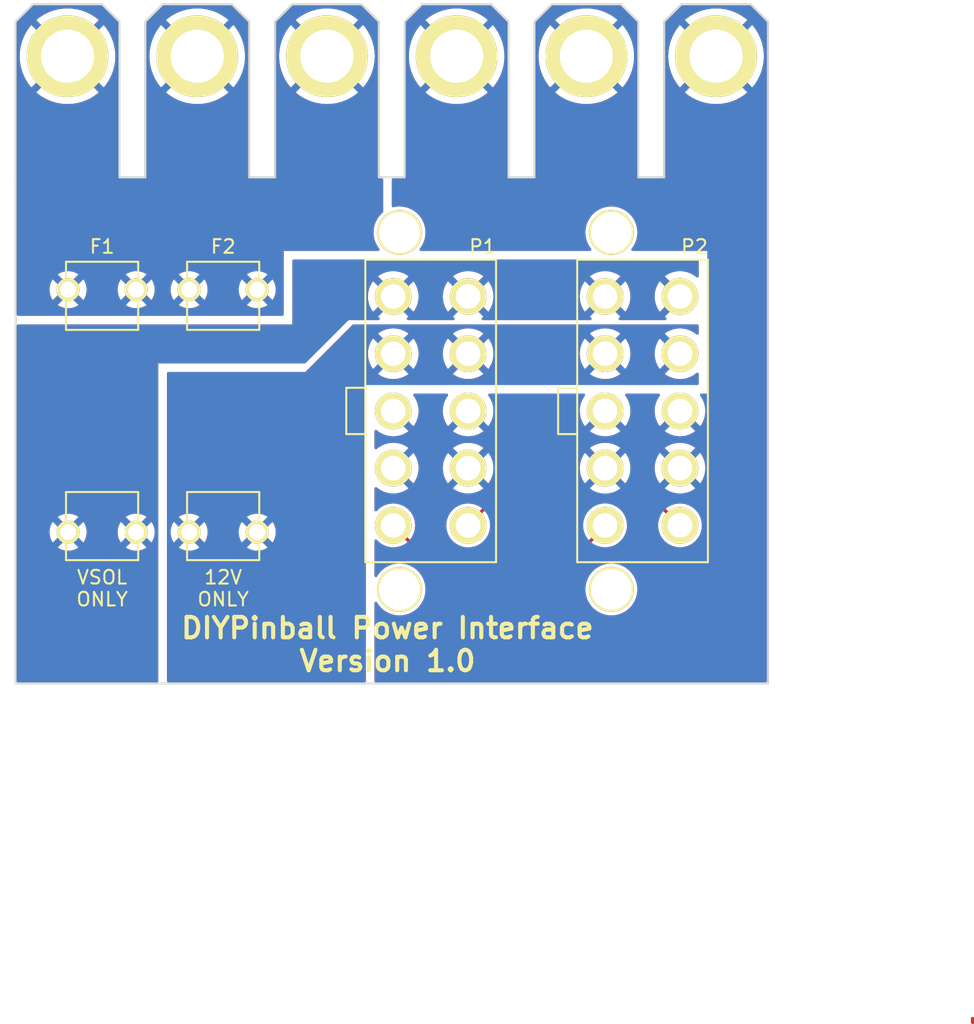
<source format=kicad_pcb>
(kicad_pcb (version 20221018) (generator pcbnew)
  (layers (0 "F.Cu" signal) (31 "B.Cu" signal) (34 "B.Paste" user) (35 "F.Paste" user) (36 "B.SilkS" user "B.Silkscreen") (37 "F.SilkS" user "F.Silkscreen") (38 "B.Mask" user) (39 "F.Mask" user) (44 "Edge.Cuts" user))
  (net 0 "")
  (net 1 "GND")
  (net 2 "Net-(P1-Pad5)")
  (net 3 "Net-(P1-Pad10)")
  (net 4 "Net-(F1-Pad1)")
  (net 5 "Net-(F1-Pad2)")
  (net 6 "Net-(F2-Pad1)")
  (footprint "Pinball:PINBALL-CONNECTOR-V" (layer "F.Cu") (at 150.1775 108.2675 -90)
    (fp_text reference "P1" (at -12.065 -3.81) (layer "F.SilkS"))
    (fp_text value "PINBALL-CONNECTOR" hide)
    (fp_line (start -11.1 -4.8) (end 11.1 -4.8) (stroke (width 0.15)) (layer "F.SilkS"))
    (fp_line (start -11.1 4.8) (end -11.1 -4.8) (stroke (width 0.15)) (layer "F.SilkS"))
    (fp_line (start -1.7 4.8) (end -1.7 6.2) (stroke (width 0.15)) (layer "F.SilkS"))
    (fp_line (start -1.7 6.2) (end 1.7 6.2) (stroke (width 0.15)) (layer "F.SilkS"))
    (fp_line (start 1.7 6.2) (end 1.7 4.8) (stroke (width 0.15)) (layer "F.SilkS"))
    (fp_line (start 11.1 -4.8) (end 11.1 4.8) (stroke (width 0.15)) (layer "F.SilkS"))
    (fp_line (start 11.1 4.8) (end -11.1 4.8) (stroke (width 0.15)) (layer "F.SilkS"))
    (pad "" np_thru_hole circle (at -13.1 2.29 90) (size 3.3 3.3) (drill 3) (layers "*.Cu" "*.Mask" "F.SilkS"))
    (pad "" np_thru_hole circle (at 13.1 2.29 90) (size 3.3 3.3) (drill 3) (layers "*.Cu" "*.Mask" "F.SilkS"))
    (pad "1" thru_hole circle (at -8.4 -2.75 90) (size 2.7 2.7) (drill 1.8) (layers "*.Cu" "*.Mask" "F.SilkS") (net 4 "Net-(F1-Pad1)"))
    (pad "2" thru_hole circle (at -4.2 -2.75 90) (size 2.7 2.7) (drill 1.8) (layers "*.Cu" "*.Mask" "F.SilkS") (net 6 "Net-(F2-Pad1)"))
    (pad "3" thru_hole circle (at 0 -2.75 90) (size 2.7 2.7) (drill 1.8) (layers "*.Cu" "*.Mask" "F.SilkS") (net 1 "GND"))
    (pad "4" thru_hole circle (at 4.2 -2.75 90) (size 2.7 2.7) (drill 1.8) (layers "*.Cu" "*.Mask" "F.SilkS") (net 1 "GND"))
    (pad "5" thru_hole circle (at 8.4 -2.75 90) (size 2.7 2.7) (drill 1.8) (layers "*.Cu" "*.Mask" "F.SilkS") (net 2 "Net-(P1-Pad5)"))
    (pad "6" thru_hole circle (at -8.4 2.75 90) (size 2.7 2.7) (drill 1.8) (layers "*.Cu" "*.Mask" "F.SilkS") (net 4 "Net-(F1-Pad1)"))
    (pad "7" thru_hole circle (at -4.2 2.75 90) (size 2.7 2.7) (drill 1.8) (layers "*.Cu" "*.Mask" "F.SilkS") (net 6 "Net-(F2-Pad1)"))
    (pad "8" thru_hole circle (at 0 2.75 90) (size 2.7 2.7) (drill 1.8) (layers "*.Cu" "*.Mask" "F.SilkS") (net 1 "GND"))
    (pad "9" thru_hole circle (at 4.2 2.75 90) (size 2.7 2.7) (drill 1.8) (layers "*.Cu" "*.Mask" "F.SilkS") (net 1 "GND"))
    (pad "10" thru_hole circle (at 8.4 2.75 90) (size 2.7 2.7) (drill 1.8) (layers "*.Cu" "*.Mask" "F.SilkS") (net 3 "Net-(P1-Pad10)"))
  )
  (footprint "Pinball:PINBALL-CONNECTOR-V" (layer "F.Cu") (at 165.735 108.2675 -90)
    (fp_text reference "P2" (at -12.065 -3.81) (layer "F.SilkS"))
    (fp_text value "PINBALL-CONNECTOR" hide)
    (fp_line (start -11.1 -4.8) (end 11.1 -4.8) (stroke (width 0.15)) (layer "F.SilkS"))
    (fp_line (start -11.1 4.8) (end -11.1 -4.8) (stroke (width 0.15)) (layer "F.SilkS"))
    (fp_line (start -1.7 4.8) (end -1.7 6.2) (stroke (width 0.15)) (layer "F.SilkS"))
    (fp_line (start -1.7 6.2) (end 1.7 6.2) (stroke (width 0.15)) (layer "F.SilkS"))
    (fp_line (start 1.7 6.2) (end 1.7 4.8) (stroke (width 0.15)) (layer "F.SilkS"))
    (fp_line (start 11.1 -4.8) (end 11.1 4.8) (stroke (width 0.15)) (layer "F.SilkS"))
    (fp_line (start 11.1 4.8) (end -11.1 4.8) (stroke (width 0.15)) (layer "F.SilkS"))
    (pad "" np_thru_hole circle (at -13.1 2.29 90) (size 3.3 3.3) (drill 3) (layers "*.Cu" "*.Mask" "F.SilkS"))
    (pad "" np_thru_hole circle (at 13.1 2.29 90) (size 3.3 3.3) (drill 3) (layers "*.Cu" "*.Mask" "F.SilkS"))
    (pad "1" thru_hole circle (at -8.4 -2.75 90) (size 2.7 2.7) (drill 1.8) (layers "*.Cu" "*.Mask" "F.SilkS") (net 4 "Net-(F1-Pad1)"))
    (pad "2" thru_hole circle (at -4.2 -2.75 90) (size 2.7 2.7) (drill 1.8) (layers "*.Cu" "*.Mask" "F.SilkS") (net 6 "Net-(F2-Pad1)"))
    (pad "3" thru_hole circle (at 0 -2.75 90) (size 2.7 2.7) (drill 1.8) (layers "*.Cu" "*.Mask" "F.SilkS") (net 1 "GND"))
    (pad "4" thru_hole circle (at 4.2 -2.75 90) (size 2.7 2.7) (drill 1.8) (layers "*.Cu" "*.Mask" "F.SilkS") (net 1 "GND"))
    (pad "5" thru_hole circle (at 8.4 -2.75 90) (size 2.7 2.7) (drill 1.8) (layers "*.Cu" "*.Mask" "F.SilkS") (net 2 "Net-(P1-Pad5)"))
    (pad "6" thru_hole circle (at -8.4 2.75 90) (size 2.7 2.7) (drill 1.8) (layers "*.Cu" "*.Mask" "F.SilkS") (net 4 "Net-(F1-Pad1)"))
    (pad "7" thru_hole circle (at -4.2 2.75 90) (size 2.7 2.7) (drill 1.8) (layers "*.Cu" "*.Mask" "F.SilkS") (net 6 "Net-(F2-Pad1)"))
    (pad "8" thru_hole circle (at 0 2.75 90) (size 2.7 2.7) (drill 1.8) (layers "*.Cu" "*.Mask" "F.SilkS") (net 1 "GND"))
    (pad "9" thru_hole circle (at 4.2 2.75 90) (size 2.7 2.7) (drill 1.8) (layers "*.Cu" "*.Mask" "F.SilkS") (net 1 "GND"))
    (pad "10" thru_hole circle (at 8.4 2.75 90) (size 2.7 2.7) (drill 1.8) (layers "*.Cu" "*.Mask" "F.SilkS") (net 3 "Net-(P1-Pad10)"))
  )
  (footprint "Pinball:PSU-HOLE" (layer "F.Cu") (at 142.5575 82.2325)
    (fp_text reference "P5" hide)
    (fp_text value "CONN_01X01")
    (pad "1" thru_hole circle (at 0 0) (size 6 6) (drill 3.9) (layers "*.Cu" "*.Mask" "F.SilkS") (net 5 "Net-(F1-Pad2)"))
  )
  (footprint "Pinball:PSU-HOLE" (layer "F.Cu") (at 152.0825 82.2325)
    (fp_text reference "P6" hide)
    (fp_text value "CONN_01X01")
    (pad "1" thru_hole circle (at 0 0) (size 6 6) (drill 3.9) (layers "*.Cu" "*.Mask" "F.SilkS") (net 1 "GND"))
  )
  (footprint "Pinball:PSU-HOLE" (layer "F.Cu") (at 161.6075 82.2325)
    (fp_text reference "P7" hide)
    (fp_text value "CONN_01X01")
    (pad "1" thru_hole circle (at 0 0) (size 6 6) (drill 3.9) (layers "*.Cu" "*.Mask" "F.SilkS") (net 1 "GND"))
  )
  (footprint "Pinball:PSU-HOLE" (layer "F.Cu") (at 171.1325 82.2325)
    (fp_text reference "P8" hide)
    (fp_text value "CONN_01X01")
    (pad "1" thru_hole circle (at 0 0) (size 6 6) (drill 3.9) (layers "*.Cu" "*.Mask" "F.SilkS") (net 1 "GND"))
  )
  (footprint "Pinball:FC203-20MM" (layer "F.Cu") (at 126.0475 108.2675 90)
    (fp_text reference "F1" (at 12.065 0 180) (layer "F.SilkS"))
    (fp_text value "FUSE" hide)
    (fp_line (start -10.95 -2.65) (end -5.95 -2.65) (stroke (width 0.15)) (layer "F.SilkS"))
    (fp_line (start -10.95 2.65) (end -10.95 -2.65) (stroke (width 0.15)) (layer "F.SilkS"))
    (fp_line (start -5.95 -2.65) (end -5.95 2.65) (stroke (width 0.15)) (layer "F.SilkS"))
    (fp_line (start -5.95 2.65) (end -10.95 2.65) (stroke (width 0.15)) (layer "F.SilkS"))
    (fp_line (start 5.95 -2.65) (end 10.95 -2.65) (stroke (width 0.15)) (layer "F.SilkS"))
    (fp_line (start 5.95 2.65) (end 5.95 -2.65) (stroke (width 0.15)) (layer "F.SilkS"))
    (fp_line (start 10.95 -2.65) (end 10.95 2.65) (stroke (width 0.15)) (layer "F.SilkS"))
    (fp_line (start 10.95 2.65) (end 5.95 2.65) (stroke (width 0.15)) (layer "F.SilkS"))
    (pad "1" thru_hole circle (at -8.9 -2.5 90) (size 1.7 1.7) (drill 1.17) (layers "*.Cu" "*.Mask" "F.SilkS") (net 4 "Net-(F1-Pad1)"))
    (pad "1" thru_hole circle (at -8.9 2.5 90) (size 1.7 1.7) (drill 1.17) (layers "*.Cu" "*.Mask" "F.SilkS") (net 4 "Net-(F1-Pad1)"))
    (pad "2" thru_hole circle (at 8.9 -2.5 90) (size 1.7 1.7) (drill 1.17) (layers "*.Cu" "*.Mask" "F.SilkS") (net 5 "Net-(F1-Pad2)"))
    (pad "2" thru_hole circle (at 8.9 2.5 90) (size 1.7 1.7) (drill 1.17) (layers "*.Cu" "*.Mask" "F.SilkS") (net 5 "Net-(F1-Pad2)"))
  )
  (footprint "Pinball:FC203-20MM" (layer "F.Cu") (at 134.9375 108.2675 90)
    (fp_text reference "F2" (at 12.065 0 180) (layer "F.SilkS"))
    (fp_text value "FUSE" hide)
    (fp_line (start -10.95 -2.65) (end -5.95 -2.65) (stroke (width 0.15)) (layer "F.SilkS"))
    (fp_line (start -10.95 2.65) (end -10.95 -2.65) (stroke (width 0.15)) (layer "F.SilkS"))
    (fp_line (start -5.95 -2.65) (end -5.95 2.65) (stroke (width 0.15)) (layer "F.SilkS"))
    (fp_line (start -5.95 2.65) (end -10.95 2.65) (stroke (width 0.15)) (layer "F.SilkS"))
    (fp_line (start 5.95 -2.65) (end 10.95 -2.65) (stroke (width 0.15)) (layer "F.SilkS"))
    (fp_line (start 5.95 2.65) (end 5.95 -2.65) (stroke (width 0.15)) (layer "F.SilkS"))
    (fp_line (start 10.95 -2.65) (end 10.95 2.65) (stroke (width 0.15)) (layer "F.SilkS"))
    (fp_line (start 10.95 2.65) (end 5.95 2.65) (stroke (width 0.15)) (layer "F.SilkS"))
    (pad "1" thru_hole circle (at -8.9 -2.5 90) (size 1.7 1.7) (drill 1.17) (layers "*.Cu" "*.Mask" "F.SilkS") (net 6 "Net-(F2-Pad1)"))
    (pad "1" thru_hole circle (at -8.9 2.5 90) (size 1.7 1.7) (drill 1.17) (layers "*.Cu" "*.Mask" "F.SilkS") (net 6 "Net-(F2-Pad1)"))
    (pad "2" thru_hole circle (at 8.9 -2.5 90) (size 1.7 1.7) (drill 1.17) (layers "*.Cu" "*.Mask" "F.SilkS") (net 5 "Net-(F1-Pad2)"))
    (pad "2" thru_hole circle (at 8.9 2.5 90) (size 1.7 1.7) (drill 1.17) (layers "*.Cu" "*.Mask" "F.SilkS") (net 5 "Net-(F1-Pad2)"))
  )
  (footprint "Pinball:PSU-HOLE" (layer "F.Cu") (at 123.5075 82.2325)
    (fp_text reference "P3" hide)
    (fp_text value "CONN_01X01")
    (pad "1" thru_hole circle (at 0 0) (size 6 6) (drill 3.9) (layers "*.Cu" "*.Mask" "F.SilkS") (net 5 "Net-(F1-Pad2)"))
  )
  (footprint "Pinball:PSU-HOLE" (layer "F.Cu") (at 133.0325 82.2325)
    (fp_text reference "P4" hide)
    (fp_text value "CONN_01X01")
    (pad "1" thru_hole circle (at 0 0) (size 6 6) (drill 3.9) (layers "*.Cu" "*.Mask" "F.SilkS") (net 5 "Net-(F1-Pad2)"))
  )
  (gr_line (start 149.5425 78.4225) (end 148.2725 79.6925) (stroke (width 0.15)) (layer "Edge.Cuts"))
  (gr_line (start 146.3675 79.6925) (end 145.0975 78.4225) (stroke (width 0.15)) (layer "Edge.Cuts"))
  (gr_line (start 119.6975 91.1225) (end 119.6975 128.27) (stroke (width 0.15)) (layer "Edge.Cuts"))
  (gr_line (start 157.7975 91.1225) (end 155.8925 91.1225) (stroke (width 0.15)) (layer "Edge.Cuts"))
  (gr_line (start 145.0975 78.4225) (end 140.0175 78.4225) (stroke (width 0.15)) (layer "Edge.Cuts"))
  (gr_line (start 148.2725 79.6925) (end 148.2725 91.1225) (stroke (width 0.15)) (layer "Edge.Cuts"))
  (gr_line (start 135.5725 78.4225) (end 130.4925 78.4225) (stroke (width 0.15)) (layer "Edge.Cuts"))
  (gr_line (start 173.6725 78.4225) (end 168.5925 78.4225) (stroke (width 0.15)) (layer "Edge.Cuts"))
  (gr_line (start 120.9675 78.4225) (end 119.6975 79.6925) (stroke (width 0.15)) (layer "Edge.Cuts"))
  (gr_line (start 138.7475 79.6925) (end 138.7475 91.1225) (stroke (width 0.15)) (layer "Edge.Cuts"))
  (gr_line (start 127.3175 91.1225) (end 127.3175 79.6925) (stroke (width 0.15)) (layer "Edge.Cuts"))
  (gr_line (start 126.0475 78.4225) (end 120.9675 78.4225) (stroke (width 0.15)) (layer "Edge.Cuts"))
  (gr_line (start 165.4175 91.1225) (end 165.4175 79.6925) (stroke (width 0.15)) (layer "Edge.Cuts"))
  (gr_line (start 130.4925 78.4225) (end 129.2225 79.6925) (stroke (width 0.15)) (layer "Edge.Cuts"))
  (gr_line (start 174.9425 79.6925) (end 173.6725 78.4225) (stroke (width 0.15)) (layer "Edge.Cuts"))
  (gr_line (start 167.3225 91.1225) (end 165.4175 91.1225) (stroke (width 0.15)) (layer "Edge.Cuts"))
  (gr_line (start 157.7975 79.6925) (end 157.7975 91.1225) (stroke (width 0.15)) (layer "Edge.Cuts"))
  (gr_line (start 146.3675 91.1225) (end 146.3675 79.6925) (stroke (width 0.15)) (layer "Edge.Cuts"))
  (gr_line (start 148.2725 91.1225) (end 146.3675 91.1225) (stroke (width 0.15)) (layer "Edge.Cuts"))
  (gr_line (start 119.6975 79.6925) (end 119.6975 91.1225) (stroke (width 0.15)) (layer "Edge.Cuts"))
  (gr_line (start 165.4175 79.6925) (end 164.1475 78.4225) (stroke (width 0.15)) (layer "Edge.Cuts"))
  (gr_line (start 154.6225 78.4225) (end 149.5425 78.4225) (stroke (width 0.15)) (layer "Edge.Cuts"))
  (gr_line (start 119.6975 128.27) (end 174.9425 128.27) (stroke (width 0.15)) (layer "Edge.Cuts"))
  (gr_line (start 129.2225 91.1225) (end 127.3175 91.1225) (stroke (width 0.15)) (layer "Edge.Cuts"))
  (gr_line (start 136.8425 91.1225) (end 138.7475 91.1225) (stroke (width 0.15)) (layer "Edge.Cuts"))
  (gr_line (start 174.9425 128.27) (end 174.9425 79.6925) (stroke (width 0.15)) (layer "Edge.Cuts"))
  (gr_line (start 159.0675 78.4225) (end 157.7975 79.6925) (stroke (width 0.15)) (layer "Edge.Cuts"))
  (gr_line (start 167.3225 79.6925) (end 167.3225 91.1225) (stroke (width 0.15)) (layer "Edge.Cuts"))
  (gr_line (start 168.5925 78.4225) (end 167.3225 79.6925) (stroke (width 0.15)) (layer "Edge.Cuts"))
  (gr_line (start 127.3175 79.6925) (end 126.0475 78.4225) (stroke (width 0.15)) (layer "Edge.Cuts"))
  (gr_line (start 140.0175 78.4225) (end 138.7475 79.6925) (stroke (width 0.15)) (layer "Edge.Cuts"))
  (gr_line (start 155.8925 79.6925) (end 154.6225 78.4225) (stroke (width 0.15)) (layer "Edge.Cuts"))
  (gr_line (start 136.8425 79.6925) (end 135.5725 78.4225) (stroke (width 0.15)) (layer "Edge.Cuts"))
  (gr_line (start 136.8425 91.1225) (end 136.8425 79.6925) (stroke (width 0.15)) (layer "Edge.Cuts"))
  (gr_line (start 155.8925 91.1225) (end 155.8925 79.6925) (stroke (width 0.15)) (layer "Edge.Cuts"))
  (gr_line (start 129.2225 79.6925) (end 129.2225 91.1225) (stroke (width 0.15)) (layer "Edge.Cuts"))
  (gr_line (start 164.1475 78.4225) (end 159.0675 78.4225) (stroke (width 0.15)) (layer "Edge.Cuts"))
  (gr_text "12V\nONLY" (at 134.9375 121.285) (layer "F.SilkS") (effects (font (size 1 1))))
  (gr_text "DIYPinball Power Interface\nVersion 1.0" (at 147.0025 125.4125) (layer "F.SilkS") (effects (font (size 1.5 1.5) (thickness 0.3))))
  (gr_text "VSOL\nONLY" (at 126.0475 121.285) (layer "F.SilkS") (effects (font (size 1 1))))
  (segment (start 189.9725 152.8625) (end 189.9725 153.1425) (width 0.25) (layer "F.Cu") (net 0))
  (segment (start 152.9275 116.63) (end 154.94 114.6175) (width 0.25) (layer "F.Cu") (net 2))
  (segment (start 154.94 114.6175) (end 166.435 114.6175) (width 0.25) (layer "F.Cu") (net 2))
  (segment (start 166.435 114.6175) (end 168.485 116.6675) (width 0.25) (layer "F.Cu") (net 2))
  (segment (start 152.9275 116.6675) (end 152.9275 116.63) (width 0.25) (layer "F.Cu") (net 2))
  (segment (start 162.985 116.7325) (end 160.9725 118.745) (width 0.25) (layer "F.Cu") (net 3))
  (segment (start 160.9725 118.745) (end 149.505 118.745) (width 0.25) (layer "F.Cu") (net 3))
  (segment (start 149.505 118.745) (end 147.4275 116.6675) (width 0.25) (layer "F.Cu") (net 3))
  (segment (start 162.985 116.6675) (end 162.985 116.7325) (width 0.25) (layer "F.Cu") (net 3))
  (zone (net 1) (net_name "GND") (layer "F.Cu") (connect_pads (clearance 0.254)) (min_thickness 0.2038) (fill yes (thermal_gap 0.508) (thermal_bridge_width 0.508))
    (polygon (pts (xy 147.32 78.105) (xy 147.32 96.52) (xy 170.4975 96.52) (xy 170.4975 106.9975) (xy 146.05 106.9975) (xy 146.05 128.905) (xy 175.26 128.5875) (xy 175.26 78.105)))
  )
  (zone (net 5) (net_name "Net-(F1-Pad2)") (layer "F.Cu") (connect_pads (clearance 0.254)) (min_thickness 0.2038) (fill yes (thermal_gap 0.508) (thermal_bridge_width 0.508))
    (polygon (pts (xy 146.685 78.105) (xy 146.685 96.52) (xy 139.3825 96.52) (xy 139.3825 101.2825) (xy 119.38 101.2825) (xy 119.38 78.105)))
  )
  (zone (net 4) (net_name "Net-(F1-Pad1)") (layer "F.Cu") (priority 1) (connect_pads (clearance 0.254)) (min_thickness 0.2038) (fill yes (thermal_gap 0.508) (thermal_bridge_width 0.508))
    (polygon (pts (xy 169.8625 97.155) (xy 169.8625 101.6) (xy 144.145 101.6) (xy 140.97 104.775) (xy 130.175 104.775) (xy 130.175 128.905) (xy 119.0625 128.905) (xy 119.0625 101.9175) (xy 140.0175 101.9175) (xy 140.0175 97.155)))
  )
  (zone (net 6) (net_name "Net-(F2-Pad1)") (layer "F.Cu") (priority 1) (connect_pads (clearance 0.254)) (min_thickness 0.2038) (fill yes (thermal_gap 0.508) (thermal_bridge_width 0.508))
    (polygon (pts (xy 169.8625 101.9175) (xy 169.8625 106.3625) (xy 145.415 106.3625) (xy 145.415 128.905) (xy 130.81 128.905) (xy 130.81 105.41) (xy 140.97 105.41) (xy 144.4625 101.9175)))
  )
  (zone (net 5) (net_name "Net-(F1-Pad2)") (layer "B.Cu") (connect_pads (clearance 0.254)) (min_thickness 0.2038) (fill yes (thermal_gap 0.508) (thermal_bridge_width 0.508))
    (polygon (pts (xy 146.685 78.105) (xy 146.685 96.52) (xy 139.3825 96.52) (xy 139.3825 101.2825) (xy 119.38 101.2825) (xy 119.38 78.105)))
  )
  (zone (net 4) (net_name "Net-(F1-Pad1)") (layer "B.Cu") (connect_pads (clearance 0.254)) (min_thickness 0.2038) (fill yes (thermal_gap 0.508) (thermal_bridge_width 0.508))
    (polygon (pts (xy 130.175 128.905) (xy 119.0625 128.905) (xy 119.0625 101.9175) (xy 140.0175 101.9175) (xy 140.0175 97.155) (xy 169.8625 97.155) (xy 169.8625 101.6) (xy 144.145 101.6) (xy 140.97 104.775) (xy 130.175 104.775)))
  )
  (zone (net 6) (net_name "Net-(F2-Pad1)") (layer "B.Cu") (priority 1) (connect_pads (clearance 0.254)) (min_thickness 0.2038) (fill yes (thermal_gap 0.508) (thermal_bridge_width 0.508))
    (polygon (pts (xy 169.8625 101.9175) (xy 169.8625 106.3625) (xy 145.415 106.3625) (xy 145.415 128.905) (xy 130.81 128.905) (xy 130.81 105.41) (xy 140.97 105.41) (xy 144.4625 101.9175)))
  )
  (zone (net 1) (net_name "GND") (layer "B.Cu") (priority 1) (connect_pads (clearance 0.254)) (min_thickness 0.2038) (fill yes (thermal_gap 0.508) (thermal_bridge_width 0.508))
    (polygon (pts (xy 175.26 128.905) (xy 146.05 128.905) (xy 146.05 106.9975) (xy 170.4975 106.9975) (xy 170.4975 96.52) (xy 147.32 96.52) (xy 147.32 78.105) (xy 175.26 78.105)))
  )
)
</source>
